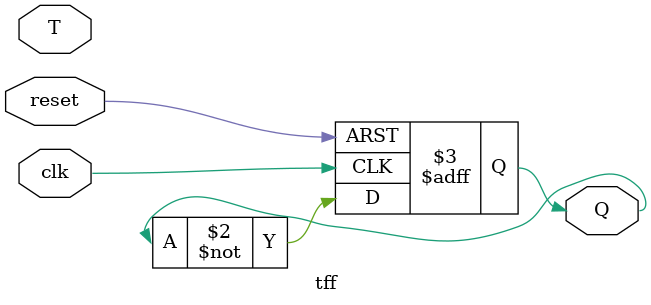
<source format=v>
`timescale 1ns / 1ps


module tff(
    input T,clk, reset,
    output reg Q
    );
    
    always @ (posedge clk or posedge reset) begin
    
    if (reset)
        Q <= 1'b0;
    else
        Q = ~Q;
    end
    
endmodule

</source>
